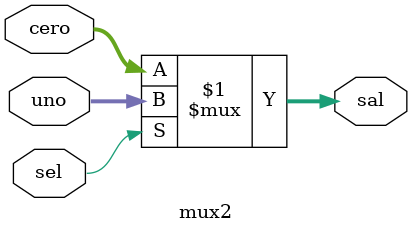
<source format=sv>
module mux2(uno,cero,sel,sal);
  input [3:0]uno,cero;
  input sel;
  output  [3:0]sal;
  assign sal= sel? uno:cero;
endmodule
</source>
